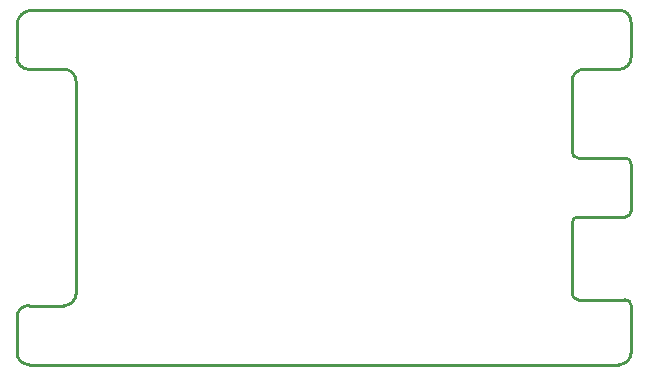
<source format=gko>
G04*
G04 #@! TF.GenerationSoftware,Altium Limited,Altium Designer,20.0.13 (296)*
G04*
G04 Layer_Color=16711935*
%FSLAX44Y44*%
%MOMM*%
G71*
G01*
G75*
%ADD14C,0.2540*%
D14*
X1180000Y580000D02*
G03*
X1190000Y590000I0J10000D01*
G01*
X1140000Y760000D02*
G03*
X1145000Y755000I5000J0D01*
G01*
X1190000Y630000D02*
G03*
X1185000Y635000I-5000J0D01*
G01*
X670000Y590000D02*
G03*
X680000Y580000I10000J0D01*
G01*
X1185000Y705000D02*
G03*
X1190000Y710000I0J5000D01*
G01*
X1145000Y705000D02*
G03*
X1140000Y700000I0J-5000D01*
G01*
X1190000Y870000D02*
G03*
X1180000Y880000I-10000J0D01*
G01*
X1150000Y830000D02*
G03*
X1140000Y820000I0J-10000D01*
G01*
X1180000Y830000D02*
G03*
X1190000Y840000I0J10000D01*
G01*
X710000Y630000D02*
G03*
X720000Y640000I0J10000D01*
G01*
Y820000D02*
G03*
X710000Y830000I-10000J0D01*
G01*
X682700Y880000D02*
G03*
X670000Y867300I0J-12700D01*
G01*
X680000Y630000D02*
G03*
X670000Y620000I0J-10000D01*
G01*
Y840000D02*
G03*
X680000Y830000I10000J0D01*
G01*
X1190000Y750000D02*
G03*
X1185000Y755000I-5000J0D01*
G01*
X1140000Y640000D02*
G03*
X1145000Y635000I5000J0D01*
G01*
X1140000Y760000D02*
Y820000D01*
X680000Y580000D02*
X1180000D01*
X670000Y860000D02*
Y867300D01*
X1190000Y710000D02*
Y750000D01*
X670000Y590000D02*
Y620000D01*
X1140000Y640000D02*
Y700000D01*
X690000Y880000D02*
X1180000D01*
X1145000Y755000D02*
X1185000D01*
X1145000Y705000D02*
X1185000D01*
X1190000Y590000D02*
Y630000D01*
Y840000D02*
Y870000D01*
X680000Y830000D02*
X710000D01*
X1145000Y635000D02*
X1165000D01*
X1185000D01*
X670000Y840000D02*
Y860000D01*
X1150000Y830000D02*
X1180000D01*
X682700Y880000D02*
X690000D01*
X720000Y640000D02*
Y820000D01*
X1180000Y880000D02*
X1180000D01*
X680000Y630000D02*
X710000D01*
M02*

</source>
